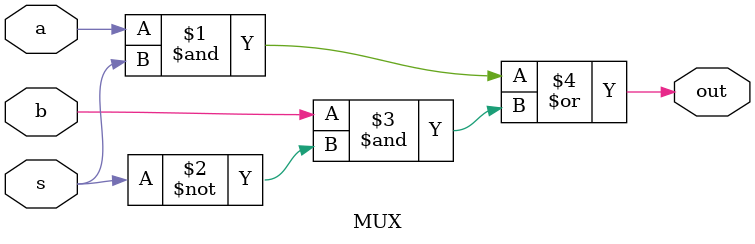
<source format=v>
`timescale 1ns / 1ps
module MUX(
    input a,
    input b,
    input s,
    output out 
    );
	 assign out=(a & s)|(b & ~s);	 // mux function
endmodule

</source>
